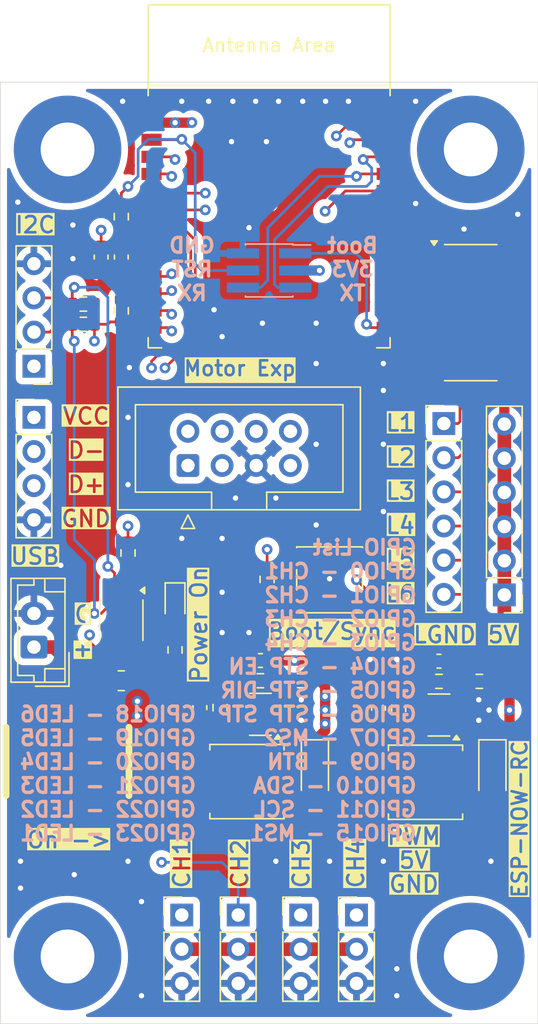
<source format=kicad_pcb>
(kicad_pcb (version 20240108) (generator "pcbnew") (generator_version "8.0")
  (layers (0 "F.Cu" power) (1 "In1.Cu" signal) (2 "In2.Cu" power) (31 "B.Cu" power) (34 "B.Paste" user) (35 "F.Paste" user) (36 "B.SilkS" user "B.Silkscreen") (37 "F.SilkS" user "F.Silkscreen") (38 "B.Mask" user) (39 "F.Mask" user) (44 "Edge.Cuts" user))
  (net 0 "")
  (net 1 "VCC")
  (net 2 "GND")
  (net 3 "+5V")
  (net 4 "+3V3")
  (net 5 "/5VC")
  (net 6 "Net-(D3-A)")
  (net 7 "/3V3C")
  (net 8 "O_PWM_4")
  (net 9 "O_PWM_2")
  (net 10 "O_PWM_3")
  (net 11 "O_PWM_1")
  (net 12 "Net-(J5-Pin_4)")
  (net 13 "Net-(J5-Pin_6)")
  (net 14 "Net-(J5-Pin_5)")
  (net 15 "Net-(J5-Pin_2)")
  (net 16 "Net-(J5-Pin_1)")
  (net 17 "Net-(J5-Pin_3)")
  (net 18 "+BATT")
  (net 19 "O_STEPPER_DIR")
  (net 20 "O_STEPPER_MS1")
  (net 21 "O_STEPPER_EN")
  (net 22 "O_STEPPER_STEP")
  (net 23 "O_STEPPER_MS2")
  (net 24 "UART_RX")
  (net 25 "RESET")
  (net 26 "BOOT")
  (net 27 "UART_TX")
  (net 28 "I2C_SCL")
  (net 29 "I2C_SDA")
  (net 30 "USB_D-")
  (net 31 "USB_D+")
  (net 32 "Net-(U3-FB)")
  (net 33 "Net-(U3-EN)")
  (net 34 "Net-(U4-EN)")
  (net 35 "Net-(U4-FB)")
  (net 36 "Net-(U1-GPIO8)")
  (net 37 "VSS")
  (net 38 "Net-(U5-~{Alert})")
  (net 41 "O_LED_3")
  (net 42 "O_LED_5")
  (net 43 "O_LED_6")
  (net 44 "O_LED_1")
  (net 45 "O_LED_4")
  (net 46 "O_LED_2")
  (footprint "Resistor_SMD:R_0603_1608Metric" (layer "F.Cu") (at 141.85 97 180)
    (property "Reference" "R8" (hide yes))
    (property "Value" "15kR 1%" (hide yes))
  )
  (footprint "Package_TO_SOT_SMD:SOT-23-6" (layer "F.Cu") (at 155.1375 99.55 180)
    (property "Reference" "U3" (hide yes))
    (property "Value" "MT3608" (hide yes))
  )
  (footprint "Connector_PinHeader_2.54mm:PinHeader_1x03_P2.54mm_Vertical" (layer "F.Cu") (at 136 114.42)
    (property "Reference" "J1" (hide yes))
    (property "Value" "Conn_01x03" (hide yes))
  )
  (footprint "Resistor_SMD:R_0805_2012Metric" (layer "F.Cu") (at 131.5 97)
    (property "Reference" "R12" (hide yes))
    (property "Value" "???" (hide yes))
  )
  (footprint "Connector_IDC:IDC-Header_2x04_P2.54mm_Vertical" (layer "F.Cu") (at 136.46 81 90)
    (property "Reference" "J7" (hide yes))
    (property "Value" "Conn_02x04_Counter_Clockwise" (hide yes))
  )
  (footprint "Capacitor_SMD:C_0603_1608Metric" (layer "F.Cu") (at 130 65.5 -90)
    (property "Reference" "C8" (hide yes))
    (property "Value" "100nF" (hide yes))
  )
  (footprint "Resistor_SMD:R_0603_1608Metric" (layer "F.Cu") (at 132 87.5 -90)
    (property "Reference" "R13" (hide yes))
    (property "Value" "10kR 1%" (hide yes))
  )
  (footprint "Capacitor_SMD:C_0603_1608Metric" (layer "F.Cu") (at 150.6375 99.05 90)
    (property "Reference" "C1" (hide yes))
    (property "Value" "22uF 30V" (hide yes))
  )
  (footprint "Resistor_SMD:R_0603_1608Metric" (layer "F.Cu") (at 131.5 62.5 90)
    (property "Reference" "R4" (hide yes))
    (property "Value" "10kR 1%" (hide yes))
  )
  (footprint "Resistor_SMD:R_0603_1608Metric" (layer "F.Cu") (at 142.35 89.465 -90)
    (property "Reference" "R14" (hide yes))
    (property "Value" "10kR 1%" (hide yes))
  )
  (footprint "PCM_Espressif:ESP32-C6-WROOM-1" (layer "F.Cu") (at 142.5 62.5)
    (property "Reference" "U1" (hide yes))
    (property "Value" "ESP32-C6-WROOM-1" (hide yes))
  )
  (footprint "Capacitor_SMD:C_0603_1608Metric" (layer "F.Cu") (at 137.35 99 90)
    (property "Reference" "C6" (hide yes))
    (property "Value" "22uF 30V" (hide yes))
  )
  (footprint "Resistor_SMD:R_0603_1608Metric" (layer "F.Cu") (at 158.1375 97.05 180)
    (property "Reference" "R1" (hide yes))
    (property "Value" "110kR 1%" (hide yes))
  )
  (footprint "Resistor_SMD:R_0603_1608Metric" (layer "F.Cu") (at 135.5 94.7125 90)
    (property "Reference" "R3" (hide yes))
    (property "Value" "1kR 1%" (hide yes))
  )
  (footprint "Connector_PinHeader_2.54mm:PinHeader_1x04_P2.54mm_Vertical" (layer "F.Cu") (at 125 77.42)
    (property "Reference" "J10" (hide yes))
    (property "Value" "Conn_01x04" (hide yes))
  )
  (footprint "Inductor_SMD:L_Changjiang_FNR5020S" (layer "F.Cu") (at 154.1375 104.55)
    (property "Reference" "L1" (hide yes))
    (property "Value" "4.7uH" (hide yes))
  )
  (footprint "MountingHole:MountingHole_4mm_Pad_TopBottom" (layer "F.Cu") (at 157.5 57.5)
    (property "Reference" "H2" (hide yes))
    (property "Value" "MountingHole" (hide yes))
  )
  (footprint "Resistor_SMD:R_0603_1608Metric" (layer "F.Cu") (at 138.85 99 90)
    (property "Reference" "R6" (hide yes))
    (property "Value" "10kR 1%" (hide yes))
  )
  (footprint "Diode_SMD:D_SMF" (layer "F.Cu") (at 145.906 103.752 -90)
    (property "Reference" "D4" (hide yes))
    (property "Value" "D_Schottky")
  )
  (footprint "Resistor_SMD:R_0603_1608Metric" (layer "F.Cu") (at 128.675 69)
    (property "Reference" "R10" (hide yes))
    (property "Value" "10kR 1%" (hide yes))
  )
  (footprint "Minatel Library:Switch-6P-2way" (layer "F.Cu") (at 130.04 100.46 -90)
    (property "Reference" "SW1" (hide yes))
    (property "Value" "SW_Push_DPDT" (hide yes))
  )
  (footprint "Capacitor_SMD:C_0603_1608Metric" (layer "F.Cu") (at 141.85 95.5 180)
    (property "Reference" "C7" (hide yes))
    (property "Value" "22uF 30V" (hide yes))
  )
  (footprint "Connector_PinHeader_2.54mm:PinHeader_1x06_P2.54mm_Vertical" (layer "F.Cu") (at 160 90.62 180)
    (property "Reference" "J4" (hide yes))
    (property "Value" "Conn_01x06" (hide yes))
  )
  (footprint "Inductor_SMD:L_Changjiang_FNR5020S" (layer "F.Cu") (at 140.85 104.5)
    (property "Reference" "L2" (hide yes))
    (property "Value" "4.7uH" (hide yes))
  )
  (footprint "LED_SMD:LED_0603_1608Metric" (layer "F.Cu") (at 135.5 91.2125 -90)
    (property "Reference" "D3" (hide yes))
    (property "Value" "LED" (hide yes))
  )
  (footprint "Package_SO:VSSOP-10_3x3mm_P0.5mm" (layer "F.Cu") (at 131.5 92.5 -90)
    (property "Reference" "U5" (hide yes))
    (property "Value" "INA226" (hide yes))
  )
  (footprint "Resistor_SMD:R_0603_1608Metric" (layer "F.Cu") (at 152.1375 99.05 90)
    (property "Reference" "R5" (hide yes))
    (property "Value" "10kR 1%" (hide yes))
  )
  (footprint "Resistor_SMD:R_0603_1608Metric" (layer "F.Cu") (at 131.5 69.5 90)
    (property "Reference" "R9" (hide yes))
    (property "Value" "10kR 1%" (hide yes))
  )
  (footprint "Connector_JST:JST_EH_B2B-EH-A_1x02_P2.50mm_Vertical" (layer "F.Cu") (at 125 94.5 90)
    (property "Reference" "J6" (hide yes))
    (property "Value" "Conn_01x02" (hide yes))
  )
  (footprint "MountingHole:MountingHole_4mm_Pad_TopBottom" (layer "F.Cu") (at 127.5 117.5)
    (property "Reference" "H3" (hide yes))
    (property "Value" "MountingHole" (hide yes))
  )
  (footprint "Connector_PinHeader_2.54mm:PinHeader_1x06_P2.54mm_Vertical" (layer "F.Cu") (at 155.5 77.88)
    (property "Reference" "J5" (hide yes))
    (property "Value" "Conn_01x06" (hide yes))
  )
  (footprint "Diode_SMD:D_SMF" (layer "F.Cu") (at 159.114 103.752 -90)
    (property "Reference" "D1" (hide yes))
    (property "Value" "D_Schottky")
  )
  (footprint "Package_TO_SOT_SMD:SOT-23-6" (layer "F.Cu") (at 141.85 99.5 180)
    (property "Reference" "U4" (hide yes))
    (property "Value" "MT3608" (hide yes))
  )
  (footprint "MountingHole:MountingHole_4mm_Pad_TopBottom" (layer "F.Cu") (at 127.5 57.5)
    (property "Reference" "H1" (hide yes))
    (property "Value" "MountingHole" (hide yes))
  )
  (footprint "Button_Switch_SMD:SW_SPST_PTS647_Sx38" (layer "F.Cu") (at 147 89.5)
    (property "Reference" "SW2" (hide yes))
    (property "Value" "SW_Push" (hide yes))
  )
  (footprint "Resistor_SMD:R_0603_1608Metric" (layer "F.Cu") (at 128.675 70.5)
    (property "Reference" "R11" (hide yes))
    (property "Value" "10kR 1%" (hide yes))
  )
  (footprint "Connector_PinHeader_2.54mm:PinHeader_1x03_P2.54mm_Vertical" (layer "F.Cu") (at 149 114.42)
    (property "Reference" "J11" (hide yes))
    (property "Value" "Conn_01x03" (hide yes))
  )
  (footprint "Capacitor_SMD:C_0603_1608Metric" (layer "F.Cu") (at 155.1375 95.55 180)
    (property "Reference" "C2" (hide yes))
    (property "Value" "22uF 30V" (hide yes))
  )
  (footprint "Connector_PinHeader_2.54mm:PinHeader_1x03_P2.54mm_Vertical" (layer "F.Cu") (at 140.2 114.42)
    (property "Reference" "J2" (hide yes))
    (property "Value" "Conn_01x03" (hide yes))
  )
  (footprint "MountingHole:MountingHole_4mm_Pad_TopBottom" (layer "F.Cu") (at 157.5 117.5)
    (property "Reference" "H4" (hide yes))
    (property "Value" "MountingHole" (hide yes))
  )
  (footprint "Resistor_SMD:R_0603_1608Metric" (layer "F.Cu") (at 144.85 97 180)
    (property "Reference" "R7" (hide yes))
    (property "Value" "68kR 1%" (hide yes))
  )
  (footprint "Capacitor_SMD:C_0603_1608Metric" (layer "F.Cu") (at 131.5 65.5 -90)
    (property "Reference" "C9" (hide yes))
    (property "Value" "10nF" (hide yes))
  )
  (footprint "Resistor_SMD:R_0603_1608Metric" (layer "F.Cu") (at 155.1375 97.05 180)
    (property "Reference" "R2" (hide yes))
    (property "Value" "15kR 1%" (hide yes))
  )
  (footprint "Package_SO:SOP-16_3.9x9.9mm_P1.27mm" (layer "F.Cu") (at 157.5 69.635)
    (property "Reference" "U2" (hide yes))
    (property "Value" "ULN2003" (hide yes))
  )
  (footprint "Connector_PinHeader_2.54mm:PinHeader_1x04_P2.54mm_Vertical" (layer "F.Cu") (at 125 73.62 180)
    (property "Reference" "J9" (hide yes))
    (property "Value" "Conn_01x04" (hide yes))
  )
  (footprint "Connector_PinHeader_2.54mm:PinHeader_1x03_P2.54mm_Vertical" (layer "F.Cu") (at 144.85 114.42)
    (property "Reference" "J3" (hide yes))
    (property "Value" "Conn_01x03" (hide yes))
  )
  (footprint "Connector_PinHeader_1.27mm:PinHeader_2x03_P1.27mm_Vertical_SMD" (layer "B.Cu") (at 142.5 66.5 180)
    (property "Reference" "J8" (hide yes))
    (property "Value" "Conn_02x03_Counter_Clockwise" (hide yes))
  )
  (gr_line (start 162.5 122.5) (end 122.5 122.5) (stroke (width 0.05)) (layer "Edge.Cuts"))
  (gr_line (start 122.5 122.5) (end 122.5 52.5) (stroke (width 0.05)) (layer "Edge.Cuts"))
  (gr_line (start 162.5 52.5) (end 162.5 122.5) (stroke (width 0.05)) (layer "Edge.Cuts"))
  (gr_line (start 122.5 52.5) (end 162.5 52.5) (stroke (width 0.05)) (layer "Edge.Cuts"))
  (gr_text "GPIO18 - LED6\nGPIO19 - LED5\nGPIO20 - LED4\nGPIO21 - LED3\nGPIO22 - LED2\nGPIO23 - LED1" (at 137.2 103.92 0) (layer "B.SilkS") (effects (font (size 1.1 1.1) (thickness 0.25) (bold yes)) (justify left mirror)))
  (gr_text "GND\nRST\nRX" (at 136.762 66.414 0) (layer "B.SilkS") (effects (font (size 1.1 1.1) (thickness 0.25) (bold yes)) (justify mirror)))
  (gr_text "Boot\n3V3\nTX" (at 148.7 66.414 0) (layer "B.SilkS") (effects (font (size 1.1 1.1) (thickness 0.25) (bold yes)) (justify mirror)))
  (gr_text "GPIO List\nGPIO0 - CH1\nGPIO1 - CH2\nGPIO2 - CH3\nGPIO3 - CH4\nGPIO4 - STP EN\nGPIO5 - STP DIR\nGPIO6 - STP STP\nGPIO7 - MS2\nGPIO9 - BTN\nGPIO10 - SDA\nGPIO11 - SCL\nGPIO15 - MS1" (at 153.6 97.72 0) (layer "B.SilkS") (effects (font (size 1.1 1.1) (thickness 0.25) (bold yes)) (justify left mirror)))
  (gr_text "ESP-NOW-RC" (at 161.146 107.308 90) (layer "F.SilkS" knockout) (effects (font (size 1.1 1.1) (thickness 0.2) (bold yes))))
  (gr_text "+" (at 128.634 94.608 0) (layer "F.SilkS" knockout) (effects (font (size 1.2 1.2) (thickness 0.2) (bold yes))))
  (gr_text "LGND" (at 155.558 93.592 0) (layer "F.SilkS" knockout) (effects (font (size 1.2 1.2) (thickness 0.2) (bold yes))))
  (gr_text "CH2" (at 140.318 110.61 90) (layer "F.SilkS" knockout) (effects (font (size 1.2 1.2) (thickness 0.2) (bold yes))))
  (gr_text "GND" (at 128.888 84.956 0) (layer "F.SilkS" knockout) (effects (font (size 1.2 1.2) (thickness 0.2) (bold yes))))
  (gr_text "5V" (at 153.272 110.356 0) (layer "F.SilkS" knockout) (effects (font (size 1.2 1.2) (thickness 0.2) (bold yes))))
  (gr_text "L3" (at 152.256 82.924 0) (layer "F.SilkS" knockout) (effects (font (size 1.2 1.2) (thickness 0.2) (bold yes))))
  (gr_text "L6" (at 152.256 90.544 0) (layer "F.SilkS" knockout) (effects (font (size 1.2 1.2) (thickness 0.2) (bold yes))))
  (gr_text "Power On" (at 137.27 92.83 90) (layer "F.SilkS" knockout) (effects (font (size 1.2 1.2) (thickness 0.2) (bold yes))))
  (gr_text "USB" (at 125.078 87.75 0) (layer "F.SilkS" knockout) (effects (font (size 1.2 1.2) (thickness 0.2) (bold yes))))
  (gr_text "D-" (at 128.888 79.876 0) (layer "F.SilkS" knockout) (effects (font (size 1.2 1.2) (thickness 0.2) (bold yes))))
  (gr_text "CH3" (at 144.89 110.61 90) (layer "F.SilkS" knockout) (effects (font (size 1.2 1.2) (thickness 0.2) (bold yes))))
  (gr_text "5V" (at 159.876 93.592 0) (layer "F.SilkS" knockout) (effects (font (size 1.2 1.2) (thickness 0.2) (bold yes))))
  (gr_text "L1" (at 152.256 77.844 0) (layer "F.SilkS" knockout) (effects (font (size 1.2 1.2) (thickness 0.2) (bold yes))))
  (gr_text "L5" (at 152.256 88.004 0) (layer "F.SilkS" knockout) (effects (font (size 1.2 1.2) (thickness 0.2) (bold yes))))
  (gr_text "L4" (at 152.256 85.464 0) (layer "F.SilkS" knockout) (effects (font (size 1.2 1.2) (thickness 0.2) (bold yes))))
  (gr_text "GND" (at 153.272 112.134 0) (layer "F.SilkS" knockout) (effects (font (size 1.2 1.2) (thickness 0.2) (bold yes))))
  (gr_text "D+" (at 128.888 82.416 0) (layer "F.SilkS" knockout) (effects (font (size 1.2 1.2) (thickness 0.2) (bold yes))))
  (gr_text "G" (at 128.634 92.068 0) (layer "F.SilkS" knockout) (effects (font (size 1.2 1.2) (thickness 0.2) (bold yes))))
  (gr_text "On ->" (at 127.618 108.832 0) (layer "F.SilkS" knockout) (effects (font (size 1.2 1.2) (thickness 0.2) (bold yes))))
  (gr_text "Motor Exp" (at 140.318 73.78 0) (layer "F.SilkS" knockout) (effects (font (size 1.1 1.1) (thickness 0.2) (bold yes))))
  (gr_text "VCC" (at 128.888 77.336 0) (layer "F.SilkS" knockout) (effects (font (size 1.2 1.2) (thickness 0.2) (bold yes))))
  (gr_text "L2" (at 152.256 80.384 0) (layer "F.SilkS" knockout) (effects (font (size 1.2 1.2) (thickness 0.2) (bold yes))))
  (gr_text "I2C" (at 125.078 63.112 0) (layer "F.SilkS" knockout) (effects (font (size 1.2 1.2) (thickness 0.2) (bold yes))))
  (gr_text "Boot/Sync" (at 147.176 93.338 0) (layer "F.SilkS" knockout) (effects (font (size 1.2 1.2) (thickness 0.2) (bold yes))))
  (gr_text "PWM" (at 153.272 108.578 0) (layer "F.SilkS" knockout) (effects (font (size 1.2 1.2) (thickness 0.2) (bold yes))))
  (gr_text "CH4" (at 148.954 110.61 90) (layer "F.SilkS" knockout) (effects (font (size 1.2 1.2) (thickness 0.2) (bold yes))))
  (gr_text "CH1" (at 136 110.61 90) (layer "F.SilkS" knockout) (effects (font (size 1.2 1.2) (thickness 0.2) (bold yes))))
  (segment (start 139.673 99.825) (end 138.85 99.825) (width 0.508) (layer "F.Cu") (net 1))
  (segment (start 139.998 99.5) (end 139.673 99.825) (width 0.508) (layer "F.Cu") (net 1))
  (segment (start 153.156 99.55) (end 152.831 99.875) (width 0.508) (layer "F.Cu") (net 1))
  (segment (start 154 99.55) (end 153.156 99.55) (width 0.508) (layer "F.Cu") (net 1))
  (segment (start 135.5 95.5375) (end 135.5 96.12) (width 0.2032) (layer "F.Cu") (net 1))
  (segment (start 132 95.688) (end 132 94.7) (width 0.2032) (layer "F.Cu") (net 1))
  (segment (start 132.4125 97) (end 132.4125 96.1005) (width 0.2032) (layer "F.Cu") (net 1))
  (segment (start 140.7125 99.5) (end 139.998 99.5) (width 0.508) (layer "F.Cu") (net 1))
  (segment (start 132.4125 96.1005) (end 132 95.688) (width 0.2032) (layer "F.Cu") (net 1))
  (segment (start 152.831 99.875) (end 152.1375 99.875) (width 0.508) (layer "F.Cu") (net 1))
  (segment (start 135.5 96.12) (end 134.2 97.42) (width 0.2032) (layer "F.Cu") (net 1))
  (via (at 132.7 99.62) (size 0.8) (drill 0.4) (layers "F.Cu" "B.Cu") (net 1))
  (via (at 132.7 98.52) (size 0.8) (drill 0.4) (layers "F.Cu" "B.Cu") (net 1))
  (segment (start 156.275 99.55) (end 157.706 99.55) (width 0.762) (layer "F.Cu") (net 2))
  (segment (start 142.9875 99.5) (end 144.448 99.5) (width 0.762) (layer "F.Cu") (net 2))
  (segment (start 132 90.3) (end 132.5 90.3) (width 0.2032) (layer "F.Cu") (net 2))
  (segment (start 131 93.418) (end 130.92 93.338) (width 0.2032) (layer "F.Cu") (net 2))
  (segment (start 157.706 99.55) (end 158.098 99.942) (width 0.762) (layer "F.Cu") (net 2))
  (segment (start 131 94.7) (end 131 93.592) (width 0.2032) (layer "F.Cu") (net 2))
  (segment (start 144.448 99.5) (end 144.89 99.942) (width 0.762) (layer "F.Cu") (net 2))
  (via (at 146 70.42) (size 0.8) (drill 0.4) (layers "F.Cu" "B.Cu") (net 2))
  (via (at 161 62.32) (size 0.8) (drill 0.4) (layers "F.Cu" "B.Cu") (net 2))
  (via (at 145 53.92) (size 0.8) (drill 0.4) (layers "F.Cu" "B.Cu") (net 2))
  (via (at 132.1 73.72) (size 0.8) (drill 0.4) (layers "F.Cu" "B.Cu") (net 2))
  (via (at 139 71.42) (size 0.8) (drill 0.4) (layers "F.Cu" "B.Cu") (net 2))
  (via (at 146 73.42) (size 0.8) (drill 0.4) (layers "F.Cu" "B.Cu") (net 2))
  (via (at 138 53.92) (size 0.8) (drill 0.4) (layers "F.Cu" "B.Cu") (net 2))
  (via (at 127 88.42) (size 0.8) (drill 0.4) (layers "F.Cu" "B.Cu") (net 2))
  (via (at 151 84.42) (size 0.8) (drill 0.4) (layers "F.Cu" "B.Cu") (net 2))
  (via (at 132 77.42) (size 0.8) (drill 0.4) (layers "F.Cu" "B.Cu") (net 2))
  (via (at 153.4 61.52) (size 0.8) (drill 0.4) (layers "F.Cu" "B.Cu") (net 2))
  (via (at 144.89 99.942) (size 0.8) (drill 0.4) (layers "F.Cu" "B.Cu") (net 2))
  (via (at 133 113.42) (size 0.8) (drill 0.4) (layers "F.Cu" "B.Cu") (net 2))
  (via (at 138.4 69.42) (size 0.8) (drill 0.4) (layers "F.Cu" "B.Cu") (net 2))
  (via (at 143 83.42) (size 0.8) (drill 0.4) (layers "F.Cu" "B.Cu") (net 2))
  (via (at 142.3 56.92) (size 0.8) (drill 0.4) (layers "F.Cu" "B.Cu") (net 2))
  (via (at 144.89 98.418) (size 0.8) (drill 0.4) (layers "F.Cu" "B.Cu") (net 2))
  (via (at 150 95.42) (size 0.8) (drill 0.4) (layers "F.Cu" "B.Cu") (net 2))
  (via (at 143 110.42) (size 0.8) (drill 0.4) (layers "F.Cu" "B.Cu") (net 2))
  (via (at 147 110.42) (size 0.8) (drill 0.4) (layers "F.Cu" "B.Cu") (net 2))
  (via (at 139 86.42) (size 0.8) (drill 0.4) (layers "F.Cu" "B.Cu") (net 2))
  (via (at 159 110.42) (size 0.8) (drill 0.4) (layers "F.Cu" "B.Cu") (net 2))
  (via (at 146 79.42) (size 0.8) (drill 0.4) (layers "F.Cu" "B.Cu") (net 2))
  (via (at 158.098 99.942) (size 0.8) (drill 0.4) (layers "F.Cu" "B.Cu") (net 2))
  (via (at 152 120.42) (size 0.8) (drill 0.4) (layers "F.Cu" "B.Cu") (net 2))
  (via (at 141 93.42) (size 0.8) (drill 0.4) (layers "F.Cu" "B.Cu") (net 2))
  (via (at 151 110.42) (size 0.8) (drill 0.4) (layers "F.Cu" "B.Cu") (net 2))
  (via (at 141.5 53.92) (size 0.8) (drill 0.4) (layers "F.Cu" "B.Cu") (net 2))
  (via (at 131.6 53.92) (size 0.8) (drill 0.4) (layers "F.Cu" "B.Cu") (net 2))
  (via (at 147 89.42) (size 0.8) (drill 0.4) (layers "F.Cu" "B.Cu") (net 2))
  (via (at 136 86.42) (size 0.8) (drill 0.4) (layers "F.Cu" "B.Cu") (net 2))
  (via (at 151 75.42) (size 0.8) (drill 0.4) (layers "F.Cu" "B.Cu") (net 2))
  (via (at 151 79.42) (size 0.8) (drill 0.4) (layers "F.Cu" "B.Cu") (net 2))
  (via (at 123.8 61.42) (size 0.8) (drill 0.4) (layers "F.Cu" "B.Cu") (net 2))
  (via (at 146 85.42) (size 0.8) (drill 0.4) (layers "F.Cu" "B.Cu") (net 2))
  (via (at 139.7 56.92) (size 0.8) (drill 0.4) (layers "F.Cu" "B.Cu") (net 2))
  (via (at 141 63.32) (size 0.8) (drill 0.4) (layers "F.Cu" "B.Cu") (net 2))
  (via (at 139 93.42) (size 0.8) (drill 0.4) (layers "F.Cu" "B.Cu") (net 2))
  (via (at 151 73.42) (size 0.8) (drill 0.4) (layers "F.Cu" "B.Cu") (net 2))
  (via (at 127.9 65.62) (size 0.8) (drill 0.4) (layers "F.Cu" "B.Cu") (net 2))
  (via (at 128 111.42) (size 0.8) (drill 0.4) (layers "F.Cu" "B.Cu") (net 2))
  (via (at 152 95.42) (size 0.8) (drill 0.4) (layers "F.Cu" "B.Cu") (net 2))
  (via (at 142 70.42) (size 0.8) (drill 0.4) (layers "F.Cu" "B.Cu") (net 2))
  (via (at 132 82.42) (size 0.8) (drill 0.4) (layers "F.Cu" "B.Cu") (net 2))
  (via (at 158.86 99.18) (size 0.8) (drill 0.4) (layers "F.Cu" "B.Cu") (net 2))
  (via (at 146.7 53.92) (size 0.8) (drill 0.4) (layers "F.Cu" "B.Cu") (net 2))
  (via (at 136 53.92) (size 0.8) (drill 0.4) (layers "F.Cu" "B.Cu") (net 2))
  (via (at 140 83.42) (size 0.8) (drill 0.4) (layers "F.Cu" "B.Cu") (net 2))
  (via (at 153.4 53.92) (size 0.8) (drill 0.4) (layers "F.Cu" "B.Cu") (net 2))
  (via (at 152 118.42) (size 0.8) (drill 0.4) (layers "F.Cu" "B.Cu") (net 2))
  (via (at 158.098 98.418) (size 0.8) (drill 0.4) (layers "F.Cu" "B.Cu") (net 2))
  (via (at 124 110.42) (size 0.8) (drill 0.4) (layers "F.Cu" "B.Cu") (net 2))
  (via (at 148.4 53.92) (size 0.8) (drill 0.4) (layers "F.Cu" "B.Cu") (net 2))
  (via (at 133 120.42) (size 0.8) (drill 0.4) (layers "F.Cu" "B.Cu") (net 2))
  (via (at 157 63.42) (size 0.8) (drill 0.4) (layers "F.Cu" "B.Cu") (net 2))
  (via (at 132 110.42) (size 0.8) (drill 0.4) (layers "F.Cu" "B.Cu") (net 2))
  (via (at 139 90.42) (size 0.8) (drill 0.4) (layers "F.Cu" "B.Cu") (net 2))
  (via (at 143.2 53.92) (size 0.8) (drill 0.4) (layers "F.Cu" "B.Cu") (net 2))
  (via (at 139.8 53.92) (size 0.8) (drill 0.4) (layers "F.Cu" "B.Cu") (net 2))
  (via (at 127.9 63.12) (size 0.8) (drill 0.4) (layers "F.Cu" "B.Cu") (net 2))
  (via (at 124 112.42) (size 0.8) (drill 0.4) (layers "F.Cu" "B.Cu") (net 2))
  (segment (start 160.384 97.402) (end 160.032 97.05) (width 0.762) (layer "F.Cu") (net 3))
  (segment (start 160.384 100.196) (end 160.384 97.402) (width 0.762) (layer "F.Cu") (net 3))
  (segment (start 160 90.62) (end 160 94.484) (width 1.016) (layer "F.Cu") (net 3))
  (segment (start 160.032 97.05) (end 158.9625 97.05) (width 0.762) (layer "F.Cu") (net 3))
  (segment (start 158.733 95.751) (end 158.9625 95.9805) (width 0.762) (layer "F.Cu") (net 3))
  (segment (start 160 90.62) (end 160 77.92) (width 1.016) (layer "F.Cu") (net 3))
  (segment (start 158.9625 95.9805) (end 158.9625 97.05) (width 0.762) (layer "F.Cu") (net 3))
  (segment (start 136 116.96) (end 149 116.96) (width 1.016) (layer "F.Cu") (net 3))
  (segment (start 158.532 95.55) (end 158.733 95.751) (width 0.762) (layer "F.Cu") (net 3))
  (segment (start 159.114 102.302) (end 159.114 101.466) (width 0.762) (layer "F.Cu") (net 3))
  (segment (start 160 94.484) (end 158.733 95.751) (width 1.016) (layer "F.Cu") (net 3))
  (segment (start 160 74.08) (end 160 77.92) (width 0.762) (layer "F.Cu") (net 3))
  (segment (start 159.114 101.466) (end 160.384 100.196) (width 0.762) (layer "F.Cu") (net 3))
  (segment (start 155.9125 95.55) (end 158.532 95.55) (width 0.762) (layer "F.Cu") (net 3))
  (via (at 160.384 99.18) (size 0.8) (drill 0.4) (layers "F.Cu" "B.Cu") (net 3))
  (segment (start 132 86.675) (end 132 85.5) (width 0.2032) (layer "F.Cu") (net 4))
  (segment (start 129.742 94.7) (end 129.65 94.608) (width 0.2032) (layer "F.Cu") (net 4))
  (segment (start 130.675 70.325) (end 130.5 70.5) (width 0.2032) (layer "F.Cu") (net 4))
  (segment (start 145.675 95.901) (end 145.274 95.5) (width 0.762) (layer "F.Cu") (net 4))
  (segment (start 130.5 70.5) (end 129.5 70.5) (width 0.2032) (layer "F.Cu") (net 4))
  (segment (start 129.5 70.5) (end 129.5 71.75) (width 0.2032) (layer "F.Cu") (net 4))
  (segment (start 145.906 101.466) (end 146.668 100.704) (width 0.762) (layer "F.Cu") (net 4))
  (segment (start 145.274 95.5) (end 144.382 95.5) (width 0.762) (layer "F.Cu") (net 4))
  (segment (start 146.668 98.164) (end 146.668 97.402) (width 0.762) (layer "F.Cu") (net 4))
  (segment (start 146.266 97) (end 145.675 97) (width 0.762) (layer "F.Cu") (net 4))
  (segment (start 130 64.725) (end 130 63.5) (width 0.2032) (layer "F.Cu") (net 4))
  (segment (start 129.65 94.608) (end 129.142 94.1) (width 0.2032) (layer "F.Cu") (net 4))
  (segment (start 133.75 55.51) (end 135.25 55.51) (width 0.762) (layer "F.Cu") (net 4))
  (segment (start 129.142 94.1) (end 129.142 93.592) (width 0.2032) (layer "F.Cu") (net 4))
  (segment (start 131.5 70.325) (end 130.675 70.325) (width 0.2032) (layer "F.Cu") (net 4))
  (segment (start 131.5 64.725) (end 130 64.725) (width 0.2032) (layer "F.Cu") (net 4))
  (segment (start 146.668 100.704) (end 146.668 100.196) (width 0.762) (layer "F.Cu") (net 4))
  (segment (start 145.675 97) (end 145.675 95.901) (width 0.762) (layer "F.Cu") (net 4))
  (segment (start 146.668 97.402) (end 146.266 97) (width 0.762) (layer "F.Cu") (net 4))
  (segment (start 142.35 88.64) (end 142.35 87.242) (width 0.2032) (layer "F.Cu") (net 4))
  (segment (start 130.5 94.7) (end 129.742 94.7) (width 0.2032) (layer "F.Cu") (net 4))
  (segment (start 131.5 63.325) (end 131.5 64.725) (width 0.2032) (layer "F.Cu") (net 4))
  (segment (start 146.668 100.196) (end 146.668 99.18) (width 0.762) (layer "F.Cu") (net 4))
  (segment (start 135.25 55.51) (end 135.5 55.51) (width 0.762) (layer "F.Cu") (net 4))
  (segment (start 145.906 102.302) (end 145.906 101.466) (width 0.762) (layer "F.Cu") (net 4))
  (segment (start 144.382 95.5) (end 142.625 95.5) (width 0.762) (layer "F.Cu") (net 4))
  (segment (start 129.5 70.5) (end 129.5 69) (width 0.2032) (layer "F.Cu") (net 4))
  (segment (start 146.668 99.18) (end 146.668 98.164) (width 0.762) (layer "F.Cu") (net 4))
  (segment (start 136.74 55.51) (end 136.75 55.5) (width 0.762) (layer "F.Cu") (net 4))
  (segment (start 135.5 55.51) (end 136.74 55.51) (width 0.762) (layer "F.Cu") (net 4))
  (via (at 146.668 99.18) (size 0.8) (drill 0.4) (layers "F.Cu" "B.Cu") (net 4))
  (via (at 146.668 98.164) (size 0.8) (drill 0.4) (layers "F.Cu" "B.Cu") (net 4))
  (via (at 146.25 66.5) (size 0.8) (drill 0.4) (layers "F.Cu" "B.Cu") (net 4))
  (via (at 130 63.5) (size 0.8) (drill 0.4) (layers "F.Cu" "B.Cu") (net 4))
  (via (at 136.75 55.5) (size 0.8) (drill 0.4) (layers "F.Cu" "B.Cu") (net 4))
  (via (at 129.142 93.592) (size 0.8) (drill 0.4) (layers "F.Cu" "B.Cu") (net 4))
  (via (at 135.5 55.51) (size 0.8) (drill 0.4) (layers "F.Cu" "B.Cu") (net 4))
  (via (at 142.35 87.242) (size 0.8) (drill 0.4) (layers "F.Cu" "B.Cu") (net 4))
  (via (at 129.5 71.75) (size 0.8) (drill 0.4) (layers "F.Cu" "B.Cu") (net 4))
  (via (at 144.382 95.5) (size 0.8) (drill 0.4) (layers "F.Cu" "B.Cu") (net 4))
  (via (at 146.668 100.196) (size 0.8) (drill 0.4) (layers "F.Cu" "B.Cu") (net 4))
  (via (at 132 85.5) (size 0.8) (drill 0.4) (layers "F.Cu" "B.Cu") (net 4))
  (segment (start 144.45 66.5) (end 146.25 66.5) (width 0.762) (layer "B.Cu") (net 4))
  (segment (start 135.5 93.8875) (end 135.5 92) (width 0.2032) (layer "F.Cu") (net 6))
  (segment (start 148.72 56.78) (end 148.5 57) (width 0.2032) (layer "F.Cu") (net 8))
  (segment (start 151.25 56.78) (end 148.72 56.78) (width 0.2032) (layer "F.Cu") (net 8))
  (via (at 148.5 57) (size 0.8) (drill 0.4) (layers "F.Cu" "B.Cu") (net 8))
  (segment (start 134.25 72.75) (end 133.75 73.25) (width 0.2032) (layer "F.Cu") (net 9))
  (segment (start 133.75 73.25) (end 133.75 73.75) (width 0.2032) (layer "F.Cu") (net 9))
  (segment (start 136.6698 65) (end 136.6698 71) (width 0.2032) (layer "F.Cu") (net 9))
  (segment (start 136.6698 71) (end 136.6698 71.363226) (width 0.2032) (layer "F.Cu") (net 9))
  (segment (start 135.283026 72.75) (end 134.25 72.75) (width 0.2032) (layer "F.Cu") (net 9))
  (segment (start 136.016513 72.016513) (end 135.283026 72.75) (width 0.2032) (layer "F.Cu") (net 9))
  (segment (start 133.75 64.4) (end 136.0698 64.4) (width 0.2032) (layer "F.Cu") (net 9))
  (segment (start 136.0698 64.4) (end 136.6698 65) (width 0.2032) (layer "F.Cu") (net 9))
  (segment (start 136.6698 71.363226) (end 136.016513 72.016513) (width 0.2032) (layer "F.Cu") (net 9))
  (via (at 133.75 73.75) (size 0.8) (drill 0.4) (layers "F.Cu" "B.Cu") (net 9))
  (via (at 134.5 110.5) (size 0.8) (drill 0.4) (layers "F.Cu" "B.Cu") (net 9))
  (segment (start 139 110.5) (end 140.2 111.7) (width 0.2032) (layer "B.Cu") (net 9))
  (segment (start 134.5 110.5) (end 139 110.5) (width 0.2032) (layer "B.Cu") (net 9))
  (segment (start 140.2 111.7) (end 140.2 114.42) (width 0.2032) (layer "B.Cu") (net 9))
  (segment (start 148.49 55.51) (end 147.5 56.5) (width 0.2032) (layer "F.Cu") (net 10))
  (segment (start 151.25 55.51) (end 148.49 55.51) (width 0.2032) (layer "F.Cu") (net 10))
  (via (at 147.5 56.5) (size 0.8) (drill 0.4) (layers "F.Cu" "B.Cu") (net 10))
  (segment (start 135.88 63.13) (end 137 64.25) (width 0.2032) (layer "F.Cu") (net 11))
  (segment (start 133.75 63.13) (end 135.88 63.13) (width 0.2032) (layer "F.Cu") (net 11))
  (segment (start 137 64.25) (end 137 71.5) (width 0.2032) (layer "F.Cu") (net 11))
  (segment (start 137 71.5) (end 134.75 73.75) (width 0.2032) (layer "F.Cu") (net 11))
  (via (at 134.75 73.75) (size 0.8) (drill 0.4) (layers "F.Cu" "B.Cu") (net 11))
  (segment (start 155.5 85.5) (end 157.5 85.5) (width 0.2032) (layer "F.Cu") (net 12))
  (segment (start 157.9 69.6) (end 158.5 69) (width 0.2032) (layer "F.Cu") (net 12))
  (segment (start 157.5 85.5) (end 157.9 85.1) (width 0.2032) (layer "F.Cu") (net 12))
  (segment (start 157.9 85.1) (end 157.9 69.6) (width 0.2032) (layer "F.Cu") (net 12))
  (segment (start 158.5 69) (end 160 69) (width 0.2032) (layer "F.Cu") (net 12))
  (segment (start 158.7 89.3) (end 158.7 71.840001) (width 0.2032) (layer "F.Cu") (net 13))
  (segment (start 155.5 90.58) (end 157.42 90.58) (width 0.2032) (layer "F.Cu") (net 13))
  (segment (start 158.7 71.840001) (end 159.000001 71.54) (width 0.2032) (layer "F.Cu") (net 13))
  (segment (start 157.42 90.58) (end 158.7 89.3) (width 0.2032) (layer "F.Cu") (net 13))
  (segment (start 159.000001 71.54) (end 160 71.54) (width 0.2032) (layer "F.Cu") (net 13))
  (segment (start 155.5 88.04) (end 157.6298 88.04) (width 0.2032) (layer "F.Cu") (net 14))
  (segment (start 159.000001 70.27) (end 160 70.27) (width 0.2032) (layer "F.Cu") (net 14))
  (segment (start 157.6298 88.04) (end 158.3 87.3698) (width 0.2032) (layer "F.Cu") (net 14))
  (segment (start 158.3 87.3698) (end 158.3 70.970001) (width 0.2032) (layer "F.Cu") (net 14))
  (segment (start 158.3 70.970001) (end 159.000001 70.27) (width 0.2032) (layer "F.Cu") (net 14))
  (segment (start 157.1 79.9) (end 157.1 67.9) (width 0.2032) (layer "F.Cu") (net 15))
  (segment (start 157.1 67.9) (end 158.54 66.46) (width 0.2032) (layer "F.Cu") (net 15))
  (segment (start 156.58 80.42) (end 157.1 79.9) (width 0.2032) (layer "F.Cu") (net 15))
  (segment (start 158.54 66.46) (end 160 66.46) (width 0.2032) (layer "F.Cu") (net 15))
  (segment (start 155.5 80.42) (end 156.58 80.42) (width 0.2032) (layer "F.Cu") (net 15))
  (segment (start 156.5532 77.88) (end 156.7 77.7332) (width 0.2032) (layer "F.Cu") (net 16))
  (segment (start 158.31 65.19) (end 160 65.19) (width 0.2032) (layer "F.Cu") (net 16))
  (segment (start 156.7 77.7332) (end 156.7 66.8) (width 0.2032) (layer "F.Cu") (net 16))
  (segment (start 156.7 66.8) (end 158.31 65.19) (width 0.2032) (layer "F.Cu") (net 16))
  (segment (start 155.5 77.88) (end 156.5532 77.88) (width 0.2032) (layer "F.Cu") (net 16))
  (segment (start 157.5 68.5) (end 158.27 67.73) (width 0.2032) (layer "F.Cu") (net 17))
  (segment (start 157.04 82.96) (end 157.5 82.5) (width 0.2032) (layer "F.Cu") (net 17))
  (segment (start 155.5 82.96) (end 157.04 82.96) (width 0.2032) (layer "F.Cu") (net 17))
  (segment (start 158.27 67.73) (end 160 67.73) (width 0.2032) (layer "F.Cu") (net 17))
  (segment (start 157.5 82.5) (end 157.5 68.5) (width 0.2032) (layer "F.Cu") (net 17))
  (segment (start 127.5 95.5) (end 127.5 100.46) (width 1.016) (layer "F.Cu") (net 18))
  (segment (start 125 94.5) (end 126.5 94.5) (width 1.016) (layer "F.Cu") (net 18))
  (segment (start 126.5 94.5) (end 127.5 95.5) (width 1.016) (layer "F.Cu") (net 18))
  (segment (start 127.5 105.54) (end 127.5 100.46) (width 1.016) (layer "F.Cu") (net 18))
  (segment (start 135.07 59.32) (end 135.25 59.5) (width 0.2032) (layer "F.Cu") (net 19))
  (segment (start 133.75 59.32) (end 135.07 59.32) (width 0.2032) (layer "F.Cu") (net 19))
  (via (at 135.25 59.5) (size 0.8) (drill 0.4) (layers "F.Cu" "B.Cu") (net 19))
  (segment (start 146.668 62.096) (end 148.174 60.59) (width 0.2032) (layer "F.Cu") (net 20))
  (segment (start 148.174 60.59) (end 151.25 60.59) (width 0.2032) (layer "F.Cu") (net 20))
  (via (at 146.668 62.096) (size 0.8) (drill 0.4) (layers "F.Cu" "B.Cu") (net 20))
  (segment (start 135.3 58.05) (end 135.5 58.25) (width 0.2032) (layer "F.Cu") (net 21))
  (segment (start 133.75 58.05) (end 135.3 58.05) (width 0.2032) (layer "F.Cu") (net 21))
  (via (at 135.5 58.25) (size 0.8) (drill 0.4) (layers "F.Cu" "B.Cu") (net 21))
  (segment (start 135.09 60.59) (end 135.25 60.75) (width 0.2032) (layer "F.Cu") (net 22))
  (segment (start 137.75 60.75) (end 135.25 60.75) (width 0.2032) (layer "F.Cu") (net 22))
  (segment (start 133.75 60.59) (end 135.09 60.59) (width 0.2032) (layer "F.Cu") (net 22))
  (via (at 137.75 60.75) (size 0.8) (drill 0.4) (layers "F.Cu" "B.Cu") (net 22))
  (segment (start 137.75 62) (end 135.5 62) (width 0.2032) (layer "F.Cu") (net 23))
  (segment (start 133.75 61.86) (end 135.36 61.86) (width 0.2032) (layer "F.Cu") (net 23))
  (segment (start 135.36 61.86) (end 135.5 62) (width 0.2032) (layer "F.Cu") (net 23))
  (via (at 137.75 62) (size 0.8) (drill 0.4) (layers "F.Cu" "B.Cu") (net 23))
  (segment (start 149.18 59.32) (end 151.25 59.32) (width 0.2032) (layer "F.Cu") (net 24))
  (segment (start 149 59.5) (end 149.18 59.32) (width 0.2032) (layer "F.Cu") (net 24))
  (via (at 149 59.5) (size 0.8) (drill 0.4) (layers "F.Cu" "B.Cu") (net 24))
  (segment (start 142.4 67.22) (end 141.85 67.77) (width 0.2032) (layer "B.Cu") (net 24))
  (segment (start 149 59.5) (end 146.22 59.5) (width 0.2032) (layer "B.Cu") (net 24))
  (segment (start 146.22 59.5) (end 142.4 63.32) (width 0.2032) (layer "B.Cu") (net 24))
  (segment (start 142.4 63.32) (end 142.4 67.22) (width 0.2032) (layer "B.Cu") (net 24))
  (segment (start 141.85 67.77) (end 140.55 67.77) (width 0.2032) (layer "B.Cu") (net 24))
  (segment (start 135.97 56.78) (end 133.75 56.78) (width 0.2032) (layer "F.Cu") (net 25))
  (segment (start 136 56.75) (end 135.97 56.78) (width 0.2032) (layer "F.Cu") (net 25))
  (segment (start 131.5 60.75) (end 132 60.25) (width 0.2032) (layer "F.Cu") (net 25))
  (segment (start 131.5 61.675) (end 131.5 60.75) (width 0.2032) (layer "F.Cu") (net 25))
  (via (at 132 60.25) (size 0.8) (drill 0.4) (layers "F.Cu" "B.Cu") (net 25))
  (via (at 136 56.75) (size 0.8) (drill 0.4) (layers "F.Cu" "B.Cu") (net 25))
  (segment (start 137 57.75) (end 136 56.75) (width 0.2032) (layer "B.Cu") (net 25))
  (segment (start 137 66) (end 137 57.75) (width 0.2032) (layer "B.Cu") (net 25))
  (segment (start 132.75 57.5) (end 133.5 56.75) (width 0.2032) (layer "B.Cu") (net 25))
  (segment (start 132 60.25) (end 132.75 59.5) (width 0.2032) (layer "B.Cu") (net 25))
  (segment (start 133.5 56.75) (end 136 56.75) (width 0.2032) (layer "B.Cu") (net 25))
  (segment (start 132.75 59.5) (end 132.75 57.5) (width 0.2032) (layer "B.Cu") (net 25))
  (segment (start 137.5 66.5) (end 137 66) (width 0.2032) (layer "B.Cu") (net 25))
  (segment (start 140.55 66.5) (end 137.5 66.5) (width 0.2032) (layer "B.Cu") (net 25))
  (segment (start 144.375 91.1) (end 149.625 91.1) (width 0.2032) (layer "F.Cu") (net 26))
  (segment (start 149.625 91.1) (end 149.625 90.125) (width 0.2032) (layer "F.Cu") (net 26))
  (segment (start 151.25 70.75) (end 150 70.75) (width 0.2032) (layer "F.Cu") (net 26))
  (segment (start 150 70.75) (end 149.75 70.5) (width 0.2032) (layer "F.Cu") (net 26))
  (segment (start 144.128 90.29) (end 142.35 90.29) (width 0.2032) (layer "F.Cu") (net 26))
  (segment (start 144.375 91.1) (end 144.375 90.537) (width 0.2032) (layer "F.Cu") (net 26))
  (segment (start 149.625 90.125) (end 149 89.5) (width 0.2032) (layer "F.Cu") (net 26))
  (segment (start 144.375 90.537) (end 144.128 90.29) (width 0.2032) (layer "F.Cu") (net 26))
  (via (at 149 89.5) (size 0.8) (drill 0.4) (layers "F.Cu" "B.Cu") (net 26))
  (via (at 149.75 70.5) (size 0.8) (drill 0.4) (layers "F.Cu" "B.Cu") (net 26))
  (segment (start 149.75 66) (end 148.98 65.23) (width 0.2032) (layer "B.Cu") (net 26))
  (segment (start 149.75 70.5) (end 149.75 66) (width 0.2032) (layer "B.Cu") (net 26))
  (segment (start 148.98 65.23) (end 144.45 65.23) (width 0.2032) (layer "B.Cu") (net 26))
  (segment (start 149.7 58.05) (end 149.5 58.25) (width 0.2032) (layer "F.Cu") (net 27))
  (segment (start 151.25 58.05) (end 149.7 58.05) (width 0.2032) (layer "F.Cu") (net 27))
  (via (at 149.5 58.25) (size 0.8) (drill 0.4) (layers "F.Cu" "B.Cu") (net 27))
  (segment (start 150.1286 59.8714) (end 150.1286 58.8786) (width 0.2032) (layer "B.Cu") (net 27))
  (segment (start 142.9 64.22) (end 146.87 60.25) (width 0.2032) (layer "B.Cu") (net 27))
  (segment (start 143.15 67.77) (end 142.9 67.52) (width 0.2032) (layer "B.Cu") (net 27))
  (segment (start 144.45 67.77) (end 143.15 67.77) (width 0.2032) (layer "B.Cu") (net 27))
  (segment (start 150.1286 58.8786) (end 149.5 58.25) (width 0.2032) (layer "B.Cu") (net 27))
  (segment (start 146.87 60.25) (end 149.75 60.25) (width 0.2032) (layer "B.Cu") (net 27))
  (segment (start 142.9 67.52) (end 142.9 64.22) (width 0.2032) (layer "B.Cu") (net 27))
  (segment (start 149.75 60.25) (end 150.1286 59.8714) (width 0.2032) (layer "B.Cu") (net 27))
  (segment (start 130.5 90.3) (end 130.5 91.5) (width 0.2032) (layer "F.Cu") (net 28))
  (segment (start 130.5 91.5) (end 130 92) (width 0.2032) (layer "F.Cu") (net 28))
  (segment (start 126.75 70.5) (end 127.85 70.5) (width 0.2032) (layer "F.Cu") (net 28))
  (segment (start 127.85 70.5) (end 127.85 71.6) (width 0.2032) (layer "F.Cu") (net 28))
  (segment (start 126.17 71.08) (end 126.75 70.5) (width 0.2032) (layer "F.Cu") (net 28))
  (segment (start 127.85 71.6) (end 128 71.75) (width 0.2032) (layer "F.Cu") (net 28))
  (segment (start 125 71.08) (end 126.17 71.08) (width 0.2032) (layer "F.Cu") (net 28))
  (segment (start 130 92) (end 129.5 92) (width 0.2032) (layer "F.Cu") (net 28))
  (segment (start 135.04 68.21) (end 135.25 68) (width 0.2032) (layer "F.Cu") (net 28))
  (segment (start 133.75 68.21) (end 135.04 68.21) (width 0.2032) (layer "F.Cu") (net 28))
  (via (at 129.5 92) (size 0.8) (drill 0.4) (layers "F.Cu" "B.Cu") (net 28))
  (via (at 128 71.75) (size 0.8) (drill 0.4) (layers "F.Cu" "B.Cu") (net 28))
  (via (at 135.25 68) (size 0.8) (drill 0.4) (layers "F.Cu" "B.Cu") (net 28))
  (segment (start 128 86.5) (end 129.5 88) (width 0.2032) (layer "B.Cu") (net 28))
  (segment (start 129.5 88) (end 129.5 92) (width 0.2032) (layer "B.Cu") (net 28))
  (segment (start 128 71.75) (end 128 86.5) (width 0.2032) (layer "B.Cu") (net 28))
  (segment (start 135.06 66.94) (end 135.25 66.75) (width 0.2032) (layer "F.Cu") (net 29))
  (segment (start 131 90.3) (end 131 89) (width 0.2032) (layer "F.Cu") (net 29))
  (segment (start 127.85 67.9) (end 128 67.75) (width 0.2032) (layer "F.Cu") (net 29))
  (segment (start 133.75 66.94) (end 135.06 66.94) (width 0.2032) (layer "F.Cu") (net 29))
  (segment (start 126.29 68.54) (end 126.75 69) (width 0.2032) (layer "F.Cu") (net 29))
  (segment (start 125 68.54) (end 126.29 68.54) (width 0.2032) (layer "F.Cu") (net 29))
  (segment (start 126.75 69) (end 127.85 69) (width 0.2032) (layer "F.Cu") (net 29))
  (segment (start 131 89) (end 130.5 88.5) (width 0.2032) (layer "F.Cu") (net 29))
  (segment (start 127.85 69) (end 127.85 67.9) (width 0.2032) (layer "F.Cu") (net 29))
  (via (at 130.5 88.5) (size 0.8) (drill 0.4) (layers "F.Cu" "B.Cu") (net 29))
  (via (at 128 67.75) (size 0.8) (drill 0.4) (layers "F.Cu" "B.Cu") (net 29))
  (via (at 135.25 66.75) (size 0.8) (drill 0.4) (layers "F.Cu" "B.Cu") (net 29))
  (segment (start 128 67.75) (end 129.75 67.75) (width 0.2032) (layer "B.Cu") (net 29))
  (segment (start 129.75 67.75) (end 130.5 68.5) (width 0.2032) (layer "B.Cu") (net 29))
  (segment (start 130.5 68.5) (end 130.5 88.5) (width 0.2032) (layer "B.Cu") (net 29))
  (segment (start 133.75 69.48) (end 134.98 69.48) (width 0.2032) (layer "F.Cu") (net 30))
  (segment (start 134.98 69.48) (end 135.25 69.75) (width 0.2032) (layer "F.Cu") (net 30))
  (via (at 135.25 69.75) (size 0.8) (drill 0.4) (layers "F.Cu" "B.Cu") (net 30))
  (segment (start 133.75 70.75) (end 135 70.75) (width 0.2032) (layer "F.Cu") (net 31))
  (segment (start 135 70.75) (end 135.25 71) (width 0.2032) (layer "F.Cu") (net 31))
  (via (at 135.25 71) (size 0.8) (drill 0.4) (layers "F.Cu" "B.Cu") (net 31))
  (segment (start 155.9625 97.5525) (end 156.275 97.865) (width 0.2032) (layer "F.Cu") (net 32))
  (segment (start 156.275 97.865) (end 156.275 98.6) (width 0.2032) (layer "F.Cu") (net 32))
  (segment (start 155.9625 97.05) (end 155.9625 97.5525) (width 0.2032) (layer "F.Cu") (net 32))
  (segment (start 155.9625 97.05) (end 157.3125 97.05) (width 0.2032) (layer "F.Cu") (net 32))
  (segment (start 153.2 98.6) (end 152.825 98.225) (width 0.2032) (layer "F.Cu") (net 33))
  (segment (start 152.825 98.225) (end 152.1375 98.225) (width 0.2032) (layer "F.Cu") (net 33))
  (segment (start 154 98.6) (end 153.2 98.6) (width 0.2032) (layer "F.Cu") (net 33))
  (segment (start 140.7125 98.55) (end 139.942 98.55) (width 0.2032) (layer "F.Cu") (net 34))
  (segment (start 139.942 98.55) (end 139.567 98.175) (width 0.2032) (layer "F.Cu") (net 34))
  (segment (start 139.567 98.175) (end 138.85 98.175) (width 0.2032) (layer "F.Cu") (net 34))
  (segment (start 142.9875 97.7855) (end 142.9875 98.55) (width 0.2032) (layer "F.Cu") (net 35))
  (segment (start 144.025 97) (end 142.675 97) (width 0.2032) (layer "F.Cu") (net 35))
  (segment (start 142.675 97.473) (end 142.9875 97.7855) (width 0.2032) (layer "F.Cu") (net 35))
  (segment (start 142.675 97) (end 142.675 97.473) (width 0.2032) (layer "F.Cu") (net 35))
  (segment (start 132.5 66) (end 132.5 68.25) (width 0.2032) (layer "F.Cu") (net 36))
  (segment (start 132.5 68.25) (end 132.075 68.675) (width 0.2032) (layer "F.Cu") (net 36))
  (segment (start 133.75 65.67) (end 132.83 65.67) (width 0.2032) (layer "F.Cu") (net 36))
  (segment (start 132.075 68.675) (end 131.5 68.675) (width 0.2032) (layer "F.Cu") (net 36))
  (segment (start 132.83 65.67) (end 132.5 66) (width 0.2032) (layer "F.Cu") (net 36))
  (segment (start 130.5875 99.9125) (end 130.04 100.46) (width 1.016) (layer "F.Cu") (net 37))
  (segment (start 132.5 93.975001) (end 132.271399 93.7464) (width 0.2032) (layer "F.Cu") (net 37))
  (segment (start 132.271399 93.7464) (end 131.728601 93.7464) (width 0.2032) (layer "F.Cu") (net 37))
  (segment (start 131.5 93.975001) (end 131.5 94.7) (width 0.2032) (layer "F.Cu") (net 37))
  (segment (start 131.728601 93.7464) (end 131.5 93.975001) (width 0.2032) (layer "F.Cu") (net 37))
  (segment (start 130.5875 97) (end 130.5875 99.9125) (width 1.016) (layer "F.Cu") (net 37))
  (segment (start 131.5 96.0875) (end 130.5875 97) (width 0.2032) (layer "F.Cu") (net 37))
  (segment (start 132.5 94.7) (end 132.5 93.975001) (width 0.2032) (layer "F.Cu") (net 37))
  (segment (start 131.5 94.7) (end 131.5 96.0875) (width 0.2032) (layer "F.Cu") (net 37))
  (segment (start 130.04 100.46) (end 130.04 105.54) (width 1.016) (layer "F.Cu") (net 37))
  (segment (start 131.5 90.3) (end 131.5 89.202) (width 0.2032) (layer "F.Cu") (net 38))
  (segment (start 131.5 89.202) (end 132 88.702) (width 0.2032) (layer "F.Cu") (net 38))
  (segment (start 132 88.702) (end 132 88.325) (width 0.2032) (layer "F.Cu") (net 38))
  (segment (start 155 67.73) (end 153.73 67.73) (width 0.2032) (layer "F.Cu") (net 41))
  (segment (start 152.5 66.5) (end 152.5 66) (width 0.2032) (layer "F.Cu") (net 41))
  (segment (start 153.73 67.73) (end 152.5 66.5) (width 0.2032) (layer "F.Cu") (net 41))
  (segment (start 151.25 65.67) (end 152.17 65.67) (width 0.2032) (layer "F.Cu") (net 41))
  (segment (start 152.17 65.67) (end 152.5 66) (width 0.2032) (layer "F.Cu") (net 41))
  (segment (start 154.27 70.27) (end 155 70.27) (width 0.2032) (layer "F.Cu") (net 42))
  (segment (start 151.25 68.21) (end 152.21 68.21) (width 0.2032) (layer "F.Cu") (net 42))
  (segment (start 152.21 68.21) (end 154.27 70.27) (width 0.2032) (layer "F.Cu") (net 42))
  (segment (start 151.98 69.48) (end 154.04 71.54) (width 0.2032) (layer "F.Cu") (net 43))
  (segment (start 154.04 71.54) (end 155 71.54) (width 0.2032) (layer "F.Cu") (net 43))
  (segment (start 151.25 69.48) (end 151.98 69.48) (width 0.2032) (layer "F.Cu") (net 43))
  (segment (start 155 64.305) (end 153.825 63.13) (width 0.2032) (layer "F.Cu") (net 44))
  (segment (start 155 65.19) (end 155 64.305) (width 0.2032) (layer "F.Cu") (net 44))
  (segment (start 153.825 63.13) (end 151.25 63.13) (width 0.2032) (layer "F.Cu") (net 44))
  (segment (start 151.94 66.94) (end 154 69) (width 0.2032) (layer "F.Cu") (net 45))
  (segment (start 154 69) (end 155 69) (width 0.2032) (layer "F.Cu") (net 45))
  (segment (start 151.25 66.94) (end 151.94 66.94) (width 0.2032) (layer "F.Cu") (net 45))
  (segment (start 152.1225 64.4) (end 151.25 64.4) (width 0.2032) (layer "F.Cu") (net 46))
  (segment (start 155 66.46) (end 154.1825 66.46) (width 0.2032) (layer "F.Cu") (net 46))
  (segment (start 154.1825 66.46) (end 152.1225 64.4) (width 0.2032) (layer "F.Cu") (net 46))
  (zone (net 7) (net_name "/3V3C") (layer "F.Cu") (priority 3) (connect_pads yes (clearance 0.5)) (min_thickness 0.25) (fill yes (thermal_gap 0.5) (thermal_bridge_width 0.5))
    (polygon (pts (xy 142.4 100.02) (xy 143.8 100.02) (xy 143.8 102.82) (xy 144.7 103.72) (xy 146.7 103.72) (xy 147.2 104.22) (xy 147.2 106.12) (xy 146.7 106.62) (xy 141.8 106.62) (xy 141.5 106.32) (xy 141.5 100.92)))
  )
  (zone (net 1) (net_name "VCC") (layer "F.Cu") (priority 2) (connect_pads yes (clearance 0.5)) (min_thickness 0.25) (fill yes (thermal_gap 0.5) (thermal_bridge_width 0.5))
    (polygon (pts (xy 131.682 96.132) (xy 133.06 96.132) (xy 136.108 99.18) (xy 139.556 99.18) (xy 139.556 101.212) (xy 147.938 101.212) (xy 149.97 99.18) (xy 152.764 99.18) (xy 152.764 101.72) (xy 153.018 101.974) (xy 154.034 101.974) (xy 154.034 107.308) (xy 152.51 108.832) (xy 136.254 108.832) (xy 131.682 104.26)))
  )
  (zone (net 5) (net_name "/5VC") (layer "F.Cu") (priority 3) (connect_pads yes (clearance 0.5)) (min_thickness 0.25) (fill yes (thermal_gap 0.5) (thermal_bridge_width 0.5))
    (polygon (pts (xy 155.8 100.02) (xy 157.2 100.02) (xy 157.2 102.82) (xy 158.1 103.72) (xy 160.1 103.72) (xy 160.6 104.22) (xy 160.6 106.12) (xy 160.1 106.62) (xy 155.2 106.62) (xy 154.9 106.32) (xy 154.9 100.92)))
  )
  (zone (net 2) (net_name "GND") (layers "F&B.Cu") (connect_pads (clearance 0.5)) (min_thickness 0.25) (fill yes (thermal_gap 0.5) (thermal_bridge_width 0.5))
    (polygon (pts (xy 122.5 52.5) (xy 162.5 52.5) (xy 162.5 122.5) (xy 122.5 122.5)))
  )
)
</source>
